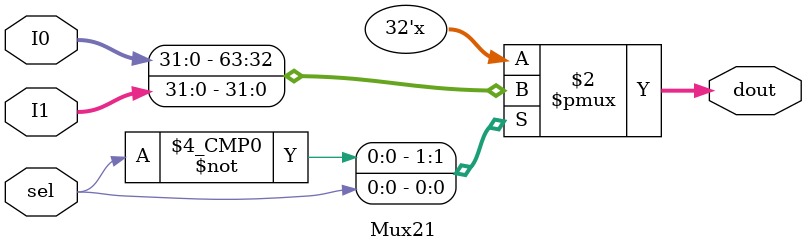
<source format=v>
`timescale 1ns / 1ps

module Mux21#(
    parameter WL = 32
        )(
        input [WL-1:0] I0, I1,
        input sel,
        output reg [WL-1:0] dout 
    );
    
always @* begin
    case (sel)
        0: dout = I0;
        1: dout = I1;
    endcase    
end    
endmodule
</source>
